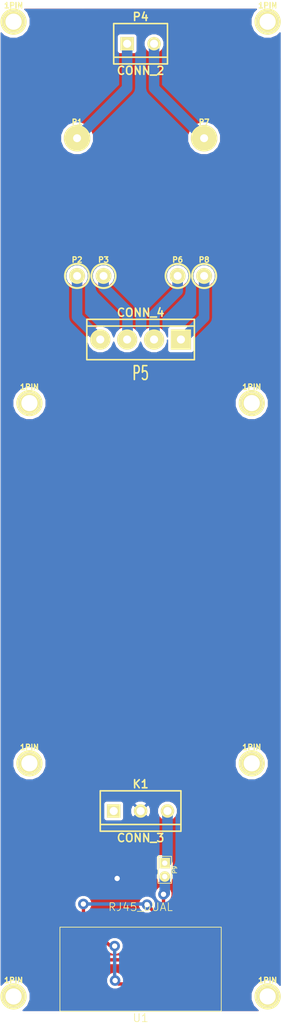
<source format=kicad_pcb>
(kicad_pcb (version 3) (host pcbnew "(2013-may-18)-stable")

  (general
    (links 23)
    (no_connects 0)
    (area 80.88 74.063 138.730501 267.149)
    (thickness 1.6)
    (drawings 9)
    (tracks 55)
    (zones 0)
    (modules 19)
    (nets 12)
  )

  (page A3)
  (layers
    (15 F.Cu signal)
    (0 B.Cu signal)
    (16 B.Adhes user)
    (17 F.Adhes user)
    (18 B.Paste user)
    (19 F.Paste user)
    (20 B.SilkS user)
    (21 F.SilkS user)
    (22 B.Mask user)
    (23 F.Mask user)
    (24 Dwgs.User user)
    (25 Cmts.User user)
    (26 Eco1.User user)
    (27 Eco2.User user)
    (28 Edge.Cuts user)
  )

  (setup
    (last_trace_width 0.254)
    (user_trace_width 0.64)
    (user_trace_width 2)
    (trace_clearance 0.254)
    (zone_clearance 0.508)
    (zone_45_only yes)
    (trace_min 0.254)
    (segment_width 0.2)
    (edge_width 0.15)
    (via_size 2)
    (via_drill 1.5)
    (via_min_size 0.889)
    (via_min_drill 0.508)
    (user_via 2 1)
    (uvia_size 0.508)
    (uvia_drill 0.127)
    (uvias_allowed no)
    (uvia_min_size 0.508)
    (uvia_min_drill 0.127)
    (pcb_text_width 0.3)
    (pcb_text_size 1.5 1.5)
    (mod_edge_width 0.15)
    (mod_text_size 1.5 1.5)
    (mod_text_width 0.15)
    (pad_size 2 2)
    (pad_drill 1)
    (pad_to_mask_clearance 0.2)
    (aux_axis_origin 0 0)
    (visible_elements FFFFFFBF)
    (pcbplotparams
      (layerselection 32769)
      (usegerberextensions false)
      (excludeedgelayer true)
      (linewidth 0.150000)
      (plotframeref false)
      (viasonmask false)
      (mode 1)
      (useauxorigin false)
      (hpglpennumber 1)
      (hpglpenspeed 20)
      (hpglpendiameter 15)
      (hpglpenoverlay 2)
      (psnegative false)
      (psa4output false)
      (plotreference true)
      (plotvalue true)
      (plotothertext true)
      (plotinvisibletext false)
      (padsonsilk false)
      (subtractmaskfromsilk false)
      (outputformat 2)
      (mirror false)
      (drillshape 2)
      (scaleselection 1)
      (outputdirectory ""))
  )

  (net 0 "")
  (net 1 GND)
  (net 2 N-000001)
  (net 3 N-0000010)
  (net 4 N-0000011)
  (net 5 N-000002)
  (net 6 N-000004)
  (net 7 N-000005)
  (net 8 N-000006)
  (net 9 N-000007)
  (net 10 N-000008)
  (net 11 N-000009)

  (net_class Default "This is the default net class."
    (clearance 0.254)
    (trace_width 0.254)
    (via_dia 2)
    (via_drill 1.5)
    (uvia_dia 0.508)
    (uvia_drill 0.127)
    (add_net "")
    (add_net GND)
    (add_net N-000001)
    (add_net N-0000010)
    (add_net N-0000011)
    (add_net N-000002)
    (add_net N-000004)
    (add_net N-000005)
    (add_net N-000006)
    (add_net N-000007)
    (add_net N-000008)
    (add_net N-000009)
  )

  (module 1pin (layer F.Cu) (tedit 544C31F1) (tstamp 544C31DA)
    (at 100 100)
    (descr "module 1 pin (ou trou mecanique de percage)")
    (tags DEV)
    (path /544C2F49)
    (fp_text reference P1 (at 0 -3.048) (layer F.SilkS)
      (effects (font (size 1.016 1.016) (thickness 0.254)))
    )
    (fp_text value CONN_1 (at 0 2.794) (layer F.SilkS) hide
      (effects (font (size 1.016 1.016) (thickness 0.254)))
    )
    (fp_circle (center 0 0) (end 0 -2.286) (layer F.SilkS) (width 0.381))
    (pad 1 thru_hole circle (at 0 0) (size 5 5) (drill 1.5)
      (layers *.Cu *.Mask F.SilkS)
      (net 3 N-0000010)
    )
  )

  (module 1pin (layer F.Cu) (tedit 544C31F9) (tstamp 544C30FE)
    (at 124 100)
    (descr "module 1 pin (ou trou mecanique de percage)")
    (tags DEV)
    (path /544C2F60)
    (fp_text reference P7 (at 0 -3.048) (layer F.SilkS)
      (effects (font (size 1.016 1.016) (thickness 0.254)))
    )
    (fp_text value CONN_1 (at 0 2.794) (layer F.SilkS) hide
      (effects (font (size 1.016 1.016) (thickness 0.254)))
    )
    (fp_circle (center 0 0) (end 0 -2.286) (layer F.SilkS) (width 0.381))
    (pad 1 thru_hole circle (at 0 0) (size 5 5) (drill 1.5)
      (layers *.Cu *.Mask F.SilkS)
      (net 11 N-000009)
    )
  )

  (module 1pin (layer F.Cu) (tedit 544C33BD) (tstamp 544C3104)
    (at 100 126)
    (descr "module 1 pin (ou trou mecanique de percage)")
    (tags DEV)
    (path /544C2F6A)
    (fp_text reference P2 (at 0 -3.048) (layer F.SilkS)
      (effects (font (size 1.016 1.016) (thickness 0.254)))
    )
    (fp_text value CONN_1 (at 0 2.794) (layer F.SilkS) hide
      (effects (font (size 1.016 1.016) (thickness 0.254)))
    )
    (fp_circle (center 0 0) (end 0 -2.286) (layer F.SilkS) (width 0.381))
    (pad 1 thru_hole circle (at 0 0) (size 3 3) (drill 1.5)
      (layers *.Cu *.Mask F.SilkS)
      (net 10 N-000008)
    )
  )

  (module 1pin (layer F.Cu) (tedit 544C33C7) (tstamp 544C310A)
    (at 105 126)
    (descr "module 1 pin (ou trou mecanique de percage)")
    (tags DEV)
    (path /544C2F70)
    (fp_text reference P3 (at 0 -3.048) (layer F.SilkS)
      (effects (font (size 1.016 1.016) (thickness 0.254)))
    )
    (fp_text value CONN_1 (at 0 2.794) (layer F.SilkS) hide
      (effects (font (size 1.016 1.016) (thickness 0.254)))
    )
    (fp_circle (center 0 0) (end 0 -2.286) (layer F.SilkS) (width 0.381))
    (pad 1 thru_hole circle (at 0 0) (size 3 3) (drill 1.5)
      (layers *.Cu *.Mask F.SilkS)
      (net 8 N-000006)
    )
  )

  (module 1pin (layer F.Cu) (tedit 544C33D5) (tstamp 544C3110)
    (at 124 126)
    (descr "module 1 pin (ou trou mecanique de percage)")
    (tags DEV)
    (path /544C2F76)
    (fp_text reference P8 (at 0 -3.048) (layer F.SilkS)
      (effects (font (size 1.016 1.016) (thickness 0.254)))
    )
    (fp_text value CONN_1 (at 0 2.794) (layer F.SilkS) hide
      (effects (font (size 1.016 1.016) (thickness 0.254)))
    )
    (fp_circle (center 0 0) (end 0 -2.286) (layer F.SilkS) (width 0.381))
    (pad 1 thru_hole circle (at 0 0) (size 3 3) (drill 1.5)
      (layers *.Cu *.Mask F.SilkS)
      (net 7 N-000005)
    )
  )

  (module 1pin (layer F.Cu) (tedit 544C33CE) (tstamp 544C3116)
    (at 119 126)
    (descr "module 1 pin (ou trou mecanique de percage)")
    (tags DEV)
    (path /544C2F7C)
    (fp_text reference P6 (at 0 -3.048) (layer F.SilkS)
      (effects (font (size 1.016 1.016) (thickness 0.254)))
    )
    (fp_text value CONN_1 (at 0 2.794) (layer F.SilkS) hide
      (effects (font (size 1.016 1.016) (thickness 0.254)))
    )
    (fp_circle (center 0 0) (end 0 -2.286) (layer F.SilkS) (width 0.381))
    (pad 1 thru_hole circle (at 0 0) (size 3 3) (drill 1.5)
      (layers *.Cu *.Mask F.SilkS)
      (net 9 N-000007)
    )
  )

  (module bornier4 (layer F.Cu) (tedit 3EC0ED29) (tstamp 544C32FF)
    (at 112 138 180)
    (descr "Bornier d'alimentation 4 pins")
    (tags DEV)
    (path /544C2F84)
    (fp_text reference P5 (at 0 -6.35 180) (layer F.SilkS)
      (effects (font (size 2.6162 1.59766) (thickness 0.3048)))
    )
    (fp_text value CONN_4 (at 0 5.08 180) (layer F.SilkS)
      (effects (font (size 1.524 1.524) (thickness 0.3048)))
    )
    (fp_line (start -10.16 -3.81) (end -10.16 3.81) (layer F.SilkS) (width 0.3048))
    (fp_line (start 10.16 3.81) (end 10.16 -3.81) (layer F.SilkS) (width 0.3048))
    (fp_line (start 10.16 2.54) (end -10.16 2.54) (layer F.SilkS) (width 0.3048))
    (fp_line (start -10.16 -3.81) (end 10.16 -3.81) (layer F.SilkS) (width 0.3048))
    (fp_line (start -10.16 3.81) (end 10.16 3.81) (layer F.SilkS) (width 0.3048))
    (pad 2 thru_hole circle (at -2.54 0 180) (size 3.81 3.81) (drill 1.524)
      (layers *.Cu *.Mask F.SilkS)
      (net 9 N-000007)
    )
    (pad 3 thru_hole circle (at 2.54 0 180) (size 3.81 3.81) (drill 1.524)
      (layers *.Cu *.Mask F.SilkS)
      (net 8 N-000006)
    )
    (pad 1 thru_hole rect (at -7.62 0 180) (size 3.81 3.81) (drill 1.524)
      (layers *.Cu *.Mask F.SilkS)
      (net 7 N-000005)
    )
    (pad 4 thru_hole circle (at 7.62 0 180) (size 3.81 3.81) (drill 1.524)
      (layers *.Cu *.Mask F.SilkS)
      (net 10 N-000008)
    )
    (model device/bornier_4.wrl
      (at (xyz 0 0 0))
      (scale (xyz 1 1 1))
      (rotate (xyz 0 0 0))
    )
  )

  (module bornier3 (layer F.Cu) (tedit 3EC0ECFA) (tstamp 544C330B)
    (at 112 227)
    (descr "Bornier d'alimentation 3 pins")
    (tags DEV)
    (path /544C2F9D)
    (fp_text reference K1 (at 0 -5.08) (layer F.SilkS)
      (effects (font (size 1.524 1.524) (thickness 0.3048)))
    )
    (fp_text value CONN_3 (at 0 5.08) (layer F.SilkS)
      (effects (font (size 1.524 1.524) (thickness 0.3048)))
    )
    (fp_line (start -7.62 3.81) (end -7.62 -3.81) (layer F.SilkS) (width 0.3048))
    (fp_line (start 7.62 3.81) (end 7.62 -3.81) (layer F.SilkS) (width 0.3048))
    (fp_line (start -7.62 2.54) (end 7.62 2.54) (layer F.SilkS) (width 0.3048))
    (fp_line (start -7.62 -3.81) (end 7.62 -3.81) (layer F.SilkS) (width 0.3048))
    (fp_line (start -7.62 3.81) (end 7.62 3.81) (layer F.SilkS) (width 0.3048))
    (pad 1 thru_hole rect (at -5.08 0) (size 2.54 2.54) (drill 1.524)
      (layers *.Cu *.Mask F.SilkS)
    )
    (pad 2 thru_hole circle (at 0 0) (size 2.54 2.54) (drill 1.524)
      (layers *.Cu *.Mask F.SilkS)
      (net 1 GND)
    )
    (pad 3 thru_hole circle (at 5.08 0) (size 2.54 2.54) (drill 1.524)
      (layers *.Cu *.Mask F.SilkS)
      (net 5 N-000002)
    )
    (model device/bornier_3.wrl
      (at (xyz 0 0 0))
      (scale (xyz 1 1 1))
      (rotate (xyz 0 0 0))
    )
  )

  (module bornier2 (layer F.Cu) (tedit 544C337E) (tstamp 544C3316)
    (at 112 82.17)
    (descr "Bornier d'alimentation 2 pins")
    (tags DEV)
    (path /544C2F30)
    (fp_text reference P4 (at 0 -5.08) (layer F.SilkS)
      (effects (font (size 1.524 1.524) (thickness 0.3048)))
    )
    (fp_text value CONN_2 (at 0 5.08) (layer F.SilkS)
      (effects (font (size 1.524 1.524) (thickness 0.3048)))
    )
    (fp_line (start 5.08 2.54) (end -5.08 2.54) (layer F.SilkS) (width 0.3048))
    (fp_line (start 5.08 3.81) (end 5.08 -3.81) (layer F.SilkS) (width 0.3048))
    (fp_line (start 5.08 -3.81) (end -5.08 -3.81) (layer F.SilkS) (width 0.3048))
    (fp_line (start -5.08 -3.81) (end -5.08 3.81) (layer F.SilkS) (width 0.3048))
    (fp_line (start -5.08 3.81) (end 5.08 3.81) (layer F.SilkS) (width 0.3048))
    (pad 1 thru_hole rect (at -2.54 0) (size 2.54 2.54) (drill 1.524)
      (layers *.Cu *.Mask F.SilkS)
      (net 3 N-0000010)
    )
    (pad 2 thru_hole circle (at 2.54 0) (size 2.54 2.54) (drill 1.524)
      (layers *.Cu *.Mask F.SilkS)
      (net 11 N-000009)
    )
    (model device/bornier_2.wrl
      (at (xyz 0 0 0))
      (scale (xyz 1 1 1))
      (rotate (xyz 0 0 0))
    )
  )

  (module 1pin (layer F.Cu) (tedit 544D63A9) (tstamp 544C8B48)
    (at 91 150)
    (descr "module 1 pin (ou trou mecanique de percage)")
    (tags DEV)
    (path 1pin)
    (fp_text reference 1PIN (at 0 -3.048) (layer F.SilkS)
      (effects (font (size 1.016 1.016) (thickness 0.254)))
    )
    (fp_text value P*** (at 0 2.794) (layer F.SilkS) hide
      (effects (font (size 1.016 1.016) (thickness 0.254)))
    )
    (fp_circle (center 0 0) (end 0 -2.286) (layer F.SilkS) (width 0.381))
    (pad 1 thru_hole circle (at 0 0) (size 4.064 4.064) (drill 3.048)
      (layers *.Cu *.Mask F.SilkS)
      (clearance 1)
    )
  )

  (module 1pin (layer F.Cu) (tedit 544D63A0) (tstamp 544C8B59)
    (at 133 150)
    (descr "module 1 pin (ou trou mecanique de percage)")
    (tags DEV)
    (path 1pin)
    (fp_text reference 1PIN (at 0 -3.048) (layer F.SilkS)
      (effects (font (size 1.016 1.016) (thickness 0.254)))
    )
    (fp_text value P*** (at 0 2.794) (layer F.SilkS) hide
      (effects (font (size 1.016 1.016) (thickness 0.254)))
    )
    (fp_circle (center 0 0) (end 0 -2.286) (layer F.SilkS) (width 0.381))
    (pad 1 thru_hole circle (at 0 0) (size 4.064 4.064) (drill 3.048)
      (layers *.Cu *.Mask F.SilkS)
      (clearance 1)
    )
  )

  (module 1pin (layer F.Cu) (tedit 544D6575) (tstamp 544C8B8B)
    (at 91 218)
    (descr "module 1 pin (ou trou mecanique de percage)")
    (tags DEV)
    (path 1pin)
    (fp_text reference 1PIN (at 0 -3.048) (layer F.SilkS)
      (effects (font (size 1.016 1.016) (thickness 0.254)))
    )
    (fp_text value P*** (at 0 2.794) (layer F.SilkS) hide
      (effects (font (size 1.016 1.016) (thickness 0.254)))
    )
    (fp_circle (center 0 0) (end 0 -2.286) (layer F.SilkS) (width 0.381))
    (pad 1 thru_hole circle (at 0 0) (size 4.064 4.064) (drill 3.048)
      (layers *.Cu *.Mask F.SilkS)
      (clearance 1)
    )
  )

  (module 1pin (layer F.Cu) (tedit 544D64F4) (tstamp 544C8BA1)
    (at 133 218)
    (descr "module 1 pin (ou trou mecanique de percage)")
    (tags DEV)
    (path 1pin)
    (fp_text reference 1PIN (at 0 -3.048) (layer F.SilkS)
      (effects (font (size 1.016 1.016) (thickness 0.254)))
    )
    (fp_text value P*** (at 0 2.794) (layer F.SilkS) hide
      (effects (font (size 1.016 1.016) (thickness 0.254)))
    )
    (fp_circle (center 0 0) (end 0 -2.286) (layer F.SilkS) (width 0.381))
    (pad 1 thru_hole circle (at 0 0) (size 4.064 4.064) (drill 3.048)
      (layers *.Cu *.Mask F.SilkS)
      (clearance 1)
    )
  )

  (module RJ45_DUAL (layer F.Cu) (tedit 544D476B) (tstamp 544D5D64)
    (at 112 249.56)
    (path /544D5C0C)
    (fp_text reference U1 (at 0 16.51) (layer F.SilkS)
      (effects (font (size 1.5 1.5) (thickness 0.15)))
    )
    (fp_text value RJ45_DUAL (at 0 -4.445) (layer F.SilkS)
      (effects (font (size 1.5 1.5) (thickness 0.15)))
    )
    (fp_line (start 15.24 -0.635) (end 15.24 15.24) (layer F.SilkS) (width 0.15))
    (fp_line (start 15.24 15.24) (end -15.24 15.24) (layer F.SilkS) (width 0.15))
    (fp_line (start -15.24 15.24) (end -15.24 -0.635) (layer F.SilkS) (width 0.15))
    (fp_line (start -15.24 -0.635) (end 15.24 -0.635) (layer F.SilkS) (width 0.15))
    (pad 5 smd rect (at -6.985 -1.27) (size 0.64 2.54)
      (layers F.Cu F.Paste F.Mask)
      (net 6 N-000004)
    )
    (pad 6 smd rect (at -5.715 -1.27) (size 0.64 2.54)
      (layers F.Cu F.Paste F.Mask)
      (net 1 GND)
    )
    (pad 7 smd rect (at -4.445 -1.27) (size 0.64 2.54)
      (layers F.Cu F.Paste F.Mask)
      (net 1 GND)
    )
    (pad 8 smd rect (at -3.175 -1.27) (size 0.64 2.54)
      (layers F.Cu F.Paste F.Mask)
      (net 1 GND)
    )
    (pad 4 smd rect (at -8.255 -1.27) (size 0.64 2.54)
      (layers F.Cu F.Paste F.Mask)
      (net 2 N-000001)
    )
    (pad 3 smd rect (at -9.525 -1.27) (size 0.64 2.54)
      (layers F.Cu F.Paste F.Mask)
      (net 4 N-0000011)
    )
    (pad 2 smd rect (at -10.795 -1.27) (size 0.64 2.54)
      (layers F.Cu F.Paste F.Mask)
      (net 4 N-0000011)
    )
    (pad 1 smd rect (at -12.065 -1.27) (size 0.64 2.54)
      (layers F.Cu F.Paste F.Mask)
      (net 4 N-0000011)
    )
    (pad 9 smd rect (at 3.175 -1.27) (size 0.64 2.54)
      (layers F.Cu F.Paste F.Mask)
      (net 4 N-0000011)
    )
    (pad 10 smd rect (at 4.445 -1.27) (size 0.64 2.54)
      (layers F.Cu F.Paste F.Mask)
      (net 4 N-0000011)
    )
    (pad 11 smd rect (at 5.715 -1.27) (size 0.64 2.54)
      (layers F.Cu F.Paste F.Mask)
      (net 4 N-0000011)
    )
    (pad 12 smd rect (at 6.985 -1.27) (size 0.64 2.54)
      (layers F.Cu F.Paste F.Mask)
      (net 2 N-000001)
    )
    (pad 13 smd rect (at 8.255 -1.27) (size 0.64 2.54)
      (layers F.Cu F.Paste F.Mask)
      (net 6 N-000004)
    )
    (pad 14 smd rect (at 9.525 -1.27) (size 0.64 2.54)
      (layers F.Cu F.Paste F.Mask)
      (net 1 GND)
    )
    (pad 15 smd rect (at 10.795 -1.27) (size 0.64 2.54)
      (layers F.Cu F.Paste F.Mask)
      (net 1 GND)
    )
    (pad 16 smd rect (at 12.065 -1.27) (size 0.64 2.54)
      (layers F.Cu F.Paste F.Mask)
      (net 1 GND)
    )
    (pad 17 smd rect (at -13.97 10.525) (size 2.53 5.21)
      (layers F.Cu F.Paste F.Mask)
      (net 1 GND)
    )
    (pad 18 smd rect (at 13.97 10.525) (size 2.53 5.21)
      (layers F.Cu F.Paste F.Mask)
      (net 1 GND)
    )
  )

  (module 1pin (layer F.Cu) (tedit 544D6398) (tstamp 544DB6A8)
    (at 136 78)
    (descr "module 1 pin (ou trou mecanique de percage)")
    (tags DEV)
    (path 1pin)
    (fp_text reference 1PIN (at 0 -3.048) (layer F.SilkS)
      (effects (font (size 1.016 1.016) (thickness 0.254)))
    )
    (fp_text value P*** (at 0 2.794) (layer F.SilkS) hide
      (effects (font (size 1.016 1.016) (thickness 0.254)))
    )
    (fp_circle (center 0 0) (end 0 -2.286) (layer F.SilkS) (width 0.381))
    (pad 1 thru_hole circle (at 0 0) (size 4.064 4.064) (drill 3.048)
      (layers *.Cu *.Mask F.SilkS)
      (clearance 1)
    )
  )

  (module PIN_ARRAY_2X1 (layer F.Cu) (tedit 544D683D) (tstamp 544DB6C4)
    (at 116.57 238.1 270)
    (descr "Connecteurs 2 pins")
    (tags "CONN DEV")
    (path /544D6287)
    (fp_text reference P9 (at 0 -1.905 270) (layer F.SilkS)
      (effects (font (size 0.762 0.762) (thickness 0.1524)))
    )
    (fp_text value FUSE (at 0 -1.905 270) (layer F.SilkS) hide
      (effects (font (size 0.762 0.762) (thickness 0.1524)))
    )
    (fp_line (start -2.54 1.27) (end -2.54 -1.27) (layer F.SilkS) (width 0.1524))
    (fp_line (start -2.54 -1.27) (end 2.54 -1.27) (layer F.SilkS) (width 0.1524))
    (fp_line (start 2.54 -1.27) (end 2.54 1.27) (layer F.SilkS) (width 0.1524))
    (fp_line (start 2.54 1.27) (end -2.54 1.27) (layer F.SilkS) (width 0.1524))
    (pad 1 thru_hole rect (at -1.27 0 270) (size 2 2) (drill 1)
      (layers *.Cu *.Mask F.SilkS)
      (net 5 N-000002)
    )
    (pad 2 thru_hole circle (at 1.27 0 270) (size 2 2) (drill 1)
      (layers *.Cu *.Mask F.SilkS)
      (net 4 N-0000011)
    )
    (model pin_array/pins_array_2x1.wrl
      (at (xyz 0 0 0))
      (scale (xyz 1 1 1))
      (rotate (xyz 0 0 0))
    )
  )

  (module 1pin (layer F.Cu) (tedit 544D6569) (tstamp 544DB716)
    (at 88 78)
    (descr "module 1 pin (ou trou mecanique de percage)")
    (tags DEV)
    (path 1pin)
    (fp_text reference 1PIN (at 0 -3.048) (layer F.SilkS)
      (effects (font (size 1.016 1.016) (thickness 0.254)))
    )
    (fp_text value P*** (at 0 2.794) (layer F.SilkS) hide
      (effects (font (size 1.016 1.016) (thickness 0.254)))
    )
    (fp_circle (center 0 0) (end 0 -2.286) (layer F.SilkS) (width 0.381))
    (pad 1 thru_hole circle (at 0 0) (size 4.064 4.064) (drill 3.048)
      (layers *.Cu *.Mask F.SilkS)
      (clearance 1)
    )
  )

  (module 1pin (layer F.Cu) (tedit 544D657C) (tstamp 544DB72F)
    (at 88 262)
    (descr "module 1 pin (ou trou mecanique de percage)")
    (tags DEV)
    (path 1pin)
    (fp_text reference 1PIN (at 0 -3.048) (layer F.SilkS)
      (effects (font (size 1.016 1.016) (thickness 0.254)))
    )
    (fp_text value P*** (at 0 2.794) (layer F.SilkS) hide
      (effects (font (size 1.016 1.016) (thickness 0.254)))
    )
    (fp_circle (center 0 0) (end 0 -2.286) (layer F.SilkS) (width 0.381))
    (pad 1 thru_hole circle (at 0 0) (size 4.064 4.064) (drill 3.048)
      (layers *.Cu *.Mask F.SilkS)
      (clearance 1)
    )
  )

  (module 1pin (layer F.Cu) (tedit 544D64ED) (tstamp 544DB74D)
    (at 136 262)
    (descr "module 1 pin (ou trou mecanique de percage)")
    (tags DEV)
    (path 1pin)
    (fp_text reference 1PIN (at 0 -3.048) (layer F.SilkS)
      (effects (font (size 1.016 1.016) (thickness 0.254)))
    )
    (fp_text value P*** (at 0 2.794) (layer F.SilkS) hide
      (effects (font (size 1.016 1.016) (thickness 0.254)))
    )
    (fp_circle (center 0 0) (end 0 -2.286) (layer F.SilkS) (width 0.381))
    (pad 1 thru_hole circle (at 0 0) (size 4.064 4.064) (drill 3.048)
      (layers *.Cu *.Mask F.SilkS)
      (clearance 1)
    )
  )

  (gr_text VSCP_POWER (at 88.28 238.25 90) (layer F.Cu)
    (effects (font (size 1.5 1.5) (thickness 0.3)))
  )
  (gr_line (start 85.54 215.51) (end 85.55 215.51) (angle 90) (layer Eco2.User) (width 0.2))
  (gr_line (start 85.54 75.53) (end 85.54 215.51) (angle 90) (layer Eco2.User) (width 0.2))
  (gr_line (start 138.45 75.53) (end 85.54 75.53) (angle 90) (layer Eco2.User) (width 0.2))
  (gr_line (start 138.45 74.96) (end 138.44 74.96) (angle 90) (layer Eco2.User) (width 0.2))
  (gr_line (start 138.45 264.46) (end 138.45 74.96) (angle 90) (layer Eco2.User) (width 0.2))
  (gr_line (start 85.55 264.8) (end 85.57 264.8) (angle 90) (layer Eco2.User) (width 0.2))
  (gr_line (start 85.55 215.54) (end 85.55 264.8) (angle 90) (layer Eco2.User) (width 0.2))
  (gr_line (start 85.6 264.79) (end 138.43 264.79) (angle 90) (layer Eco2.User) (width 0.2))

  (segment (start 107.57 239.73) (end 107.57 248.275) (width 0.64) (layer F.Cu) (net 1))
  (segment (start 112 235.3) (end 107.57 239.73) (width 2) (layer B.Cu) (net 1) (tstamp 544DB805))
  (via (at 107.57 239.73) (size 2) (drill 1) (layers F.Cu B.Cu) (net 1))
  (segment (start 112 227) (end 112 235.3) (width 2) (layer B.Cu) (net 1))
  (segment (start 107.57 248.275) (end 107.555 248.29) (width 0.64) (layer F.Cu) (net 1) (tstamp 544DB809))
  (segment (start 118.985 248.29) (end 118.985 253.625) (width 0.64) (layer F.Cu) (net 2))
  (segment (start 103.745 253.785) (end 103.745 248.29) (width 0.64) (layer F.Cu) (net 2) (tstamp 544D5F4A))
  (segment (start 105.05 255.09) (end 103.745 253.785) (width 0.64) (layer F.Cu) (net 2) (tstamp 544D5F46))
  (segment (start 117.52 255.09) (end 105.05 255.09) (width 0.64) (layer F.Cu) (net 2) (tstamp 544D5F44))
  (segment (start 118.985 253.625) (end 117.52 255.09) (width 0.64) (layer F.Cu) (net 2) (tstamp 544D5F41))
  (segment (start 109.46 82.17) (end 109.46 90.54) (width 2) (layer B.Cu) (net 3))
  (segment (start 109.46 90.54) (end 100 100) (width 2) (layer B.Cu) (net 3) (tstamp 544C337B))
  (segment (start 115.175 248.29) (end 115.175 246.645) (width 0.64) (layer F.Cu) (net 4))
  (segment (start 101.205 244.565) (end 101.205 248.29) (width 0.64) (layer F.Cu) (net 4) (tstamp 544DB7C8))
  (segment (start 101.19 244.55) (end 101.205 244.565) (width 0.64) (layer F.Cu) (net 4) (tstamp 544DB7C7))
  (via (at 101.19 244.55) (size 2) (drill 1) (layers F.Cu B.Cu) (net 4))
  (segment (start 113.08 244.55) (end 101.19 244.55) (width 0.64) (layer B.Cu) (net 4) (tstamp 544DB7C5))
  (segment (start 113.21 244.68) (end 113.08 244.55) (width 0.64) (layer B.Cu) (net 4) (tstamp 544DB7C4))
  (via (at 113.21 244.68) (size 2) (drill 1) (layers F.Cu B.Cu) (net 4))
  (segment (start 115.175 246.645) (end 113.21 244.68) (width 0.64) (layer F.Cu) (net 4) (tstamp 544DB7C2))
  (segment (start 116.33 242.72) (end 116.33 248.175) (width 0.64) (layer F.Cu) (net 4))
  (segment (start 116.57 242.48) (end 116.33 242.72) (width 2) (layer B.Cu) (net 4) (tstamp 544DB7BA))
  (via (at 116.33 242.72) (size 2) (drill 1) (layers F.Cu B.Cu) (net 4))
  (segment (start 116.57 239.37) (end 116.57 242.48) (width 2) (layer B.Cu) (net 4))
  (segment (start 116.33 248.175) (end 116.445 248.29) (width 0.64) (layer F.Cu) (net 4) (tstamp 544DB7BE))
  (segment (start 116.445 248.29) (end 117.715 248.29) (width 0.64) (layer F.Cu) (net 4))
  (segment (start 116.445 248.29) (end 115.175 248.29) (width 0.64) (layer F.Cu) (net 4))
  (segment (start 101.205 248.29) (end 102.475 248.29) (width 0.64) (layer F.Cu) (net 4))
  (segment (start 99.935 248.29) (end 101.205 248.29) (width 0.64) (layer F.Cu) (net 4))
  (segment (start 117.08 227) (end 117.08 236.32) (width 2) (layer B.Cu) (net 5))
  (segment (start 117.08 236.32) (end 116.57 236.83) (width 2) (layer B.Cu) (net 5) (tstamp 544DB6DE))
  (segment (start 120.255 248.29) (end 120.255 258.645) (width 0.64) (layer F.Cu) (net 6))
  (segment (start 105.015 251.245) (end 105.015 248.29) (width 0.64) (layer F.Cu) (net 6) (tstamp 544DB7D6))
  (segment (start 106.07 252.3) (end 105.015 251.245) (width 0.64) (layer F.Cu) (net 6) (tstamp 544DB7D5))
  (segment (start 106.91 252.3) (end 106.07 252.3) (width 0.64) (layer F.Cu) (net 6) (tstamp 544DB7D4))
  (segment (start 107.1 252.49) (end 106.91 252.3) (width 0.64) (layer F.Cu) (net 6) (tstamp 544DB7D3))
  (via (at 107.1 252.49) (size 2) (drill 1) (layers F.Cu B.Cu) (net 6))
  (segment (start 107.1 258.92) (end 107.1 252.49) (width 0.64) (layer B.Cu) (net 6) (tstamp 544DB7D1))
  (segment (start 107.18 259) (end 107.1 258.92) (width 0.64) (layer B.Cu) (net 6) (tstamp 544DB7D0))
  (via (at 107.18 259) (size 2) (drill 1) (layers F.Cu B.Cu) (net 6))
  (segment (start 107.83 259.65) (end 107.18 259) (width 0.64) (layer F.Cu) (net 6) (tstamp 544DB7CE))
  (segment (start 119.25 259.65) (end 107.83 259.65) (width 0.64) (layer F.Cu) (net 6) (tstamp 544DB7CD))
  (segment (start 120.255 258.645) (end 119.25 259.65) (width 0.64) (layer F.Cu) (net 6) (tstamp 544DB7CC))
  (segment (start 124 126) (end 124 133.87) (width 2) (layer B.Cu) (net 7))
  (segment (start 124 133.87) (end 119.69 138.18) (width 2) (layer B.Cu) (net 7) (tstamp 544C33F3))
  (segment (start 105 126) (end 105 128.12) (width 2) (layer B.Cu) (net 8))
  (segment (start 109.53 132.65) (end 109.53 138.18) (width 2) (layer B.Cu) (net 8) (tstamp 544C33E5))
  (segment (start 105 128.12) (end 109.53 132.65) (width 2) (layer B.Cu) (net 8) (tstamp 544C33E0))
  (segment (start 119 126) (end 119 128.85) (width 2) (layer B.Cu) (net 9))
  (segment (start 114.61 133.24) (end 114.61 138.18) (width 2) (layer B.Cu) (net 9) (tstamp 544C33EF))
  (segment (start 119 128.85) (end 114.61 133.24) (width 2) (layer B.Cu) (net 9) (tstamp 544C33EB))
  (segment (start 100 126) (end 100 133.73) (width 2) (layer B.Cu) (net 10))
  (segment (start 100 133.73) (end 104.45 138.18) (width 2) (layer B.Cu) (net 10) (tstamp 544C33DA))
  (segment (start 114.54 82.17) (end 114.54 90.54) (width 2) (layer B.Cu) (net 11))
  (segment (start 114.54 90.54) (end 124 100) (width 2) (layer B.Cu) (net 11) (tstamp 544C337F))

  (zone (net 1) (net_name GND) (layer F.Cu) (tstamp 544DB78B) (hatch edge 0.508)
    (connect_pads (clearance 0.508))
    (min_thickness 0.254)
    (fill (arc_segments 16) (thermal_gap 0.508) (thermal_bridge_width 0.508))
    (polygon
      (pts
        (xy 138.45 264.79) (xy 85.56 264.78) (xy 85.55 75.54) (xy 138.43 75.53)
      )
    )
    (filled_polygon
      (pts
        (xy 138.322478 259.855132) (xy 137.791766 259.323492) (xy 136.631121 258.84155) (xy 136.159547 258.841138) (xy 136.159547 217.374393)
        (xy 136.159547 149.374393) (xy 135.679631 148.212908) (xy 134.791766 147.323492) (xy 133.631121 146.84155) (xy 132.374393 146.840453)
        (xy 131.212908 147.320369) (xy 130.323492 148.208234) (xy 129.84155 149.368879) (xy 129.840453 150.625607) (xy 130.320369 151.787092)
        (xy 131.208234 152.676508) (xy 132.368879 153.15845) (xy 133.625607 153.159547) (xy 134.787092 152.679631) (xy 135.676508 151.791766)
        (xy 136.15845 150.631121) (xy 136.159547 149.374393) (xy 136.159547 217.374393) (xy 135.679631 216.212908) (xy 134.791766 215.323492)
        (xy 133.631121 214.84155) (xy 132.374393 214.840453) (xy 131.212908 215.320369) (xy 130.323492 216.208234) (xy 129.84155 217.368879)
        (xy 129.840453 218.625607) (xy 130.320369 219.787092) (xy 131.208234 220.676508) (xy 132.368879 221.15845) (xy 133.625607 221.159547)
        (xy 134.787092 220.679631) (xy 135.676508 219.791766) (xy 136.15845 218.631121) (xy 136.159547 217.374393) (xy 136.159547 258.841138)
        (xy 135.374393 258.840453) (xy 134.212908 259.320369) (xy 133.323492 260.208234) (xy 132.84155 261.368879) (xy 132.840453 262.625607)
        (xy 133.320369 263.787092) (xy 134.193946 264.662195) (xy 127.87011 264.660999) (xy 127.87011 262.564245) (xy 127.87011 257.605755)
        (xy 127.869889 257.353136) (xy 127.773013 257.119832) (xy 127.594229 256.941359) (xy 127.360755 256.84489) (xy 127.135543 256.844912)
        (xy 127.135543 99.379146) (xy 126.659273 98.226485) (xy 125.778153 97.343826) (xy 124.626326 96.865546) (xy 123.379146 96.864457)
        (xy 122.226485 97.340727) (xy 121.343826 98.221847) (xy 120.865546 99.373674) (xy 120.864457 100.620854) (xy 121.340727 101.773515)
        (xy 122.221847 102.656174) (xy 123.373674 103.134454) (xy 124.620854 103.135543) (xy 125.773515 102.659273) (xy 126.656174 101.778153)
        (xy 127.134454 100.626326) (xy 127.135543 99.379146) (xy 127.135543 256.844912) (xy 126.25575 256.845) (xy 126.13537 256.96538)
        (xy 126.13537 125.577185) (xy 125.81102 124.7922) (xy 125.210959 124.191091) (xy 124.426541 123.865372) (xy 123.577185 123.86463)
        (xy 122.7922 124.18898) (xy 122.191091 124.789041) (xy 121.865372 125.573459) (xy 121.86463 126.422815) (xy 122.18898 127.2078)
        (xy 122.789041 127.808909) (xy 123.573459 128.134628) (xy 124.422815 128.13537) (xy 125.2078 127.81102) (xy 125.808909 127.210959)
        (xy 126.134628 126.426541) (xy 126.13537 125.577185) (xy 126.13537 256.96538) (xy 126.097 257.00375) (xy 126.097 259.958)
        (xy 127.71125 259.958) (xy 127.87 259.79925) (xy 127.87011 257.605755) (xy 127.87011 262.564245) (xy 127.87 260.37075)
        (xy 127.71125 260.212) (xy 126.097 260.212) (xy 126.097 263.16625) (xy 126.25575 263.325) (xy 127.360755 263.32511)
        (xy 127.594229 263.228641) (xy 127.773013 263.050168) (xy 127.869889 262.816864) (xy 127.87011 262.564245) (xy 127.87011 264.660999)
        (xy 125.843 264.660616) (xy 125.843 263.16625) (xy 125.843 260.212) (xy 125.843 259.958) (xy 125.843 257.00375)
        (xy 125.68425 256.845) (xy 125.02011 256.844933) (xy 125.02011 249.434245) (xy 125.02011 247.145755) (xy 125.019889 246.893136)
        (xy 124.923013 246.659832) (xy 124.744229 246.481359) (xy 124.510755 246.38489) (xy 124.35075 246.385) (xy 124.192 246.54375)
        (xy 124.192 248.163) (xy 124.86125 248.163) (xy 125.02 248.00425) (xy 125.02011 247.145755) (xy 125.02011 249.434245)
        (xy 125.02 248.57575) (xy 124.86125 248.417) (xy 124.192 248.417) (xy 124.192 250.03625) (xy 124.35075 250.195)
        (xy 124.510755 250.19511) (xy 124.744229 250.098641) (xy 124.923013 249.920168) (xy 125.019889 249.686864) (xy 125.02011 249.434245)
        (xy 125.02011 256.844933) (xy 124.579245 256.84489) (xy 124.345771 256.941359) (xy 124.166987 257.119832) (xy 124.070111 257.353136)
        (xy 124.06989 257.605755) (xy 124.07 259.79925) (xy 124.22875 259.958) (xy 125.843 259.958) (xy 125.843 260.212)
        (xy 124.22875 260.212) (xy 124.07 260.37075) (xy 124.06989 262.564245) (xy 124.070111 262.816864) (xy 124.166987 263.050168)
        (xy 124.345771 263.228641) (xy 124.579245 263.32511) (xy 125.68425 263.325) (xy 125.843 263.16625) (xy 125.843 264.660616)
        (xy 123.938 264.660255) (xy 123.938 250.03625) (xy 123.938 248.417) (xy 123.938 248.163) (xy 123.938 246.54375)
        (xy 123.77925 246.385) (xy 123.619245 246.38489) (xy 123.43 246.463084) (xy 123.240755 246.38489) (xy 123.08075 246.385)
        (xy 122.922 246.54375) (xy 122.922 248.163) (xy 123.26875 248.163) (xy 123.59125 248.163) (xy 123.938 248.163)
        (xy 123.938 248.417) (xy 123.59125 248.417) (xy 123.26875 248.417) (xy 122.922 248.417) (xy 122.922 250.03625)
        (xy 123.08075 250.195) (xy 123.240755 250.19511) (xy 123.43 250.116915) (xy 123.619245 250.19511) (xy 123.77925 250.195)
        (xy 123.938 250.03625) (xy 123.938 264.660255) (xy 122.668 264.660015) (xy 122.668 250.03625) (xy 122.668 248.417)
        (xy 122.668 248.163) (xy 122.668 246.54375) (xy 122.50925 246.385) (xy 122.349245 246.38489) (xy 122.16011 246.463038)
        (xy 122.16011 139.779245) (xy 122.16011 135.969245) (xy 122.063641 135.735771) (xy 121.885168 135.556987) (xy 121.651864 135.460111)
        (xy 121.399245 135.45989) (xy 121.13537 135.45989) (xy 121.13537 125.577185) (xy 120.81102 124.7922) (xy 120.210959 124.191091)
        (xy 119.426541 123.865372) (xy 118.577185 123.86463) (xy 117.7922 124.18898) (xy 117.191091 124.789041) (xy 116.865372 125.573459)
        (xy 116.86463 126.422815) (xy 117.18898 127.2078) (xy 117.789041 127.808909) (xy 118.573459 128.134628) (xy 119.422815 128.13537)
        (xy 120.2078 127.81102) (xy 120.808909 127.210959) (xy 121.134628 126.426541) (xy 121.13537 125.577185) (xy 121.13537 135.45989)
        (xy 117.589245 135.45989) (xy 117.355771 135.556359) (xy 117.176987 135.734832) (xy 117.080111 135.968136) (xy 117.07989 136.220755)
        (xy 117.07989 137.49565) (xy 116.694562 136.563086) (xy 116.44533 136.313418) (xy 116.44533 81.792735) (xy 116.155922 81.092314)
        (xy 115.620505 80.555961) (xy 114.92059 80.265332) (xy 114.162735 80.26467) (xy 113.462314 80.554078) (xy 112.925961 81.089495)
        (xy 112.635332 81.78941) (xy 112.63467 82.547265) (xy 112.924078 83.247686) (xy 113.459495 83.784039) (xy 114.15941 84.074668)
        (xy 114.917265 84.07533) (xy 115.617686 83.785922) (xy 116.154039 83.250505) (xy 116.444668 82.55059) (xy 116.44533 81.792735)
        (xy 116.44533 136.313418) (xy 115.980673 135.847949) (xy 115.047454 135.460442) (xy 114.036979 135.459561) (xy 113.103086 135.845438)
        (xy 112.387949 136.559327) (xy 112.000442 137.492546) (xy 112.000438 137.496976) (xy 111.614562 136.563086) (xy 111.36511 136.313197)
        (xy 111.36511 83.314245) (xy 111.36511 80.774245) (xy 111.268641 80.540771) (xy 111.090168 80.361987) (xy 110.856864 80.265111)
        (xy 110.604245 80.26489) (xy 108.064245 80.26489) (xy 107.830771 80.361359) (xy 107.651987 80.539832) (xy 107.555111 80.773136)
        (xy 107.55489 81.025755) (xy 107.55489 83.565755) (xy 107.651359 83.799229) (xy 107.829832 83.978013) (xy 108.063136 84.074889)
        (xy 108.315755 84.07511) (xy 110.855755 84.07511) (xy 111.089229 83.978641) (xy 111.268013 83.800168) (xy 111.364889 83.566864)
        (xy 111.36511 83.314245) (xy 111.36511 136.313197) (xy 110.900673 135.847949) (xy 109.967454 135.460442) (xy 108.956979 135.459561)
        (xy 108.023086 135.845438) (xy 107.307949 136.559327) (xy 107.13537 136.974942) (xy 107.13537 125.577185) (xy 106.81102 124.7922)
        (xy 106.210959 124.191091) (xy 105.426541 123.865372) (xy 104.577185 123.86463) (xy 103.7922 124.18898) (xy 103.191091 124.789041)
        (xy 103.135543 124.922815) (xy 103.135543 99.379146) (xy 102.659273 98.226485) (xy 101.778153 97.343826) (xy 100.626326 96.865546)
        (xy 99.379146 96.864457) (xy 98.226485 97.340727) (xy 97.343826 98.221847) (xy 96.865546 99.373674) (xy 96.864457 100.620854)
        (xy 97.340727 101.773515) (xy 98.221847 102.656174) (xy 99.373674 103.134454) (xy 100.620854 103.135543) (xy 101.773515 102.659273)
        (xy 102.656174 101.778153) (xy 103.134454 100.626326) (xy 103.135543 99.379146) (xy 103.135543 124.922815) (xy 102.865372 125.573459)
        (xy 102.86463 126.422815) (xy 103.18898 127.2078) (xy 103.789041 127.808909) (xy 104.573459 128.134628) (xy 105.422815 128.13537)
        (xy 106.2078 127.81102) (xy 106.808909 127.210959) (xy 107.134628 126.426541) (xy 107.13537 125.577185) (xy 107.13537 136.974942)
        (xy 106.920442 137.492546) (xy 106.920438 137.496976) (xy 106.534562 136.563086) (xy 105.820673 135.847949) (xy 104.887454 135.460442)
        (xy 103.876979 135.459561) (xy 102.943086 135.845438) (xy 102.227949 136.559327) (xy 102.13537 136.782281) (xy 102.13537 125.577185)
        (xy 101.81102 124.7922) (xy 101.210959 124.191091) (xy 100.426541 123.865372) (xy 99.577185 123.86463) (xy 98.7922 124.18898)
        (xy 98.191091 124.789041) (xy 97.865372 125.573459) (xy 97.86463 126.422815) (xy 98.18898 127.2078) (xy 98.789041 127.808909)
        (xy 99.573459 128.134628) (xy 100.422815 128.13537) (xy 101.2078 127.81102) (xy 101.808909 127.210959) (xy 102.134628 126.426541)
        (xy 102.13537 125.577185) (xy 102.13537 136.782281) (xy 101.840442 137.492546) (xy 101.839561 138.503021) (xy 102.225438 139.436914)
        (xy 102.939327 140.152051) (xy 103.872546 140.539558) (xy 104.883021 140.540439) (xy 105.816914 140.154562) (xy 106.532051 139.440673)
        (xy 106.919558 138.507454) (xy 106.919561 138.503023) (xy 107.305438 139.436914) (xy 108.019327 140.152051) (xy 108.952546 140.539558)
        (xy 109.963021 140.540439) (xy 110.896914 140.154562) (xy 111.612051 139.440673) (xy 111.999558 138.507454) (xy 111.999561 138.503023)
        (xy 112.385438 139.436914) (xy 113.099327 140.152051) (xy 114.032546 140.539558) (xy 115.043021 140.540439) (xy 115.976914 140.154562)
        (xy 116.692051 139.440673) (xy 117.079558 138.507454) (xy 117.07989 138.126662) (xy 117.07989 140.030755) (xy 117.176359 140.264229)
        (xy 117.354832 140.443013) (xy 117.588136 140.539889) (xy 117.840755 140.54011) (xy 121.650755 140.54011) (xy 121.884229 140.443641)
        (xy 122.063013 140.265168) (xy 122.159889 140.031864) (xy 122.16011 139.779245) (xy 122.16011 246.463038) (xy 122.16 246.463084)
        (xy 121.970755 246.38489) (xy 121.81075 246.385) (xy 121.652 246.54375) (xy 121.652 248.163) (xy 121.99875 248.163)
        (xy 122.32125 248.163) (xy 122.668 248.163) (xy 122.668 248.417) (xy 122.32125 248.417) (xy 121.99875 248.417)
        (xy 121.652 248.417) (xy 121.652 250.03625) (xy 121.81075 250.195) (xy 121.970755 250.19511) (xy 122.16 250.116915)
        (xy 122.349245 250.19511) (xy 122.50925 250.195) (xy 122.668 250.03625) (xy 122.668 264.660015) (xy 121.398 264.659775)
        (xy 121.398 250.03625) (xy 121.398 248.417) (xy 121.378 248.417) (xy 121.378 248.163) (xy 121.398 248.163)
        (xy 121.398 246.54375) (xy 121.23925 246.385) (xy 121.079245 246.38489) (xy 120.889821 246.463157) (xy 120.701864 246.385111)
        (xy 120.449245 246.38489) (xy 119.809245 246.38489) (xy 119.619821 246.463157) (xy 119.431864 246.385111) (xy 119.179245 246.38489)
        (xy 118.98533 246.38489) (xy 118.98533 226.622735) (xy 118.695922 225.922314) (xy 118.160505 225.385961) (xy 117.46059 225.095332)
        (xy 116.702735 225.09467) (xy 116.002314 225.384078) (xy 115.465961 225.919495) (xy 115.175332 226.61941) (xy 115.17467 227.377265)
        (xy 115.464078 228.077686) (xy 115.999495 228.614039) (xy 116.69941 228.904668) (xy 117.457265 228.90533) (xy 118.157686 228.615922)
        (xy 118.694039 228.080505) (xy 118.984668 227.38059) (xy 118.98533 226.622735) (xy 118.98533 246.38489) (xy 118.539245 246.38489)
        (xy 118.349821 246.463157) (xy 118.205283 246.40314) (xy 118.205283 239.046205) (xy 117.956893 238.445057) (xy 117.894807 238.382863)
        (xy 117.929229 238.368641) (xy 118.108013 238.190168) (xy 118.204889 237.956864) (xy 118.20511 237.704245) (xy 118.20511 235.704245)
        (xy 118.108641 235.470771) (xy 117.930168 235.291987) (xy 117.696864 235.195111) (xy 117.444245 235.19489) (xy 115.444245 235.19489)
        (xy 115.210771 235.291359) (xy 115.031987 235.469832) (xy 114.935111 235.703136) (xy 114.93489 235.955755) (xy 114.93489 237.955755)
        (xy 115.031359 238.189229) (xy 115.209832 238.368013) (xy 115.244893 238.382571) (xy 115.184723 238.442638) (xy 114.935285 239.043352)
        (xy 114.934717 239.693795) (xy 115.183107 240.294943) (xy 115.642638 240.755277) (xy 116.243352 241.004715) (xy 116.893795 241.005283)
        (xy 117.494943 240.756893) (xy 117.955277 240.297362) (xy 118.204715 239.696648) (xy 118.205283 239.046205) (xy 118.205283 246.40314)
        (xy 118.161864 246.385111) (xy 117.909245 246.38489) (xy 117.285 246.38489) (xy 117.285 244.076889) (xy 117.715278 243.647363)
        (xy 117.964716 243.046648) (xy 117.965284 242.396205) (xy 117.716894 241.795057) (xy 117.257363 241.334722) (xy 116.656648 241.085284)
        (xy 116.006205 241.084716) (xy 115.405057 241.333106) (xy 114.944722 241.792637) (xy 114.695284 242.393352) (xy 114.694716 243.043795)
        (xy 114.943106 243.644943) (xy 115.375 244.077592) (xy 115.375 245.494426) (xy 114.844753 244.964179) (xy 114.845284 244.356205)
        (xy 114.596894 243.755057) (xy 114.137363 243.294722) (xy 113.91426 243.202081) (xy 113.91426 227.328964) (xy 113.894435 226.571368)
        (xy 113.642656 225.963521) (xy 113.347776 225.831829) (xy 113.168171 226.011434) (xy 113.168171 225.652224) (xy 113.036479 225.357344)
        (xy 112.328964 225.08574) (xy 111.571368 225.105565) (xy 110.963521 225.357344) (xy 110.831829 225.652224) (xy 112 226.820395)
        (xy 113.168171 225.652224) (xy 113.168171 226.011434) (xy 112.179605 227) (xy 113.347776 228.168171) (xy 113.642656 228.036479)
        (xy 113.91426 227.328964) (xy 113.91426 243.202081) (xy 113.536648 243.045284) (xy 113.168171 243.044962) (xy 113.168171 228.347776)
        (xy 112 227.179605) (xy 111.820395 227.35921) (xy 111.820395 227) (xy 110.652224 225.831829) (xy 110.357344 225.963521)
        (xy 110.08574 226.671036) (xy 110.105565 227.428632) (xy 110.357344 228.036479) (xy 110.652224 228.168171) (xy 111.820395 227)
        (xy 111.820395 227.35921) (xy 110.831829 228.347776) (xy 110.963521 228.642656) (xy 111.671036 228.91426) (xy 112.428632 228.894435)
        (xy 113.036479 228.642656) (xy 113.168171 228.347776) (xy 113.168171 243.044962) (xy 112.886205 243.044716) (xy 112.285057 243.293106)
        (xy 111.824722 243.752637) (xy 111.575284 244.353352) (xy 111.574716 245.003795) (xy 111.823106 245.604943) (xy 112.282637 246.065278)
        (xy 112.883352 246.314716) (xy 113.494675 246.315249) (xy 114.219982 247.040556) (xy 114.21989 247.145755) (xy 114.21989 249.685755)
        (xy 114.316359 249.919229) (xy 114.494832 250.098013) (xy 114.728136 250.194889) (xy 114.980755 250.19511) (xy 115.620755 250.19511)
        (xy 115.810178 250.116842) (xy 115.998136 250.194889) (xy 116.250755 250.19511) (xy 116.890755 250.19511) (xy 117.080178 250.116842)
        (xy 117.268136 250.194889) (xy 117.520755 250.19511) (xy 118.03 250.19511) (xy 118.03 253.229426) (xy 117.124426 254.135)
        (xy 109.78011 254.135) (xy 109.78011 249.434245) (xy 109.78011 247.145755) (xy 109.779889 246.893136) (xy 109.683013 246.659832)
        (xy 109.504229 246.481359) (xy 109.270755 246.38489) (xy 109.11075 246.385) (xy 108.952 246.54375) (xy 108.952 248.163)
        (xy 109.62125 248.163) (xy 109.78 248.00425) (xy 109.78011 247.145755) (xy 109.78011 249.434245) (xy 109.78 248.57575)
        (xy 109.62125 248.417) (xy 108.952 248.417) (xy 108.952 250.03625) (xy 109.11075 250.195) (xy 109.270755 250.19511)
        (xy 109.504229 250.098641) (xy 109.683013 249.920168) (xy 109.779889 249.686864) (xy 109.78011 249.434245) (xy 109.78011 254.135)
        (xy 108.82511 254.135) (xy 108.82511 228.144245) (xy 108.82511 225.604245) (xy 108.728641 225.370771) (xy 108.550168 225.191987)
        (xy 108.316864 225.095111) (xy 108.064245 225.09489) (xy 105.524245 225.09489) (xy 105.290771 225.191359) (xy 105.111987 225.369832)
        (xy 105.015111 225.603136) (xy 105.01489 225.855755) (xy 105.01489 228.395755) (xy 105.111359 228.629229) (xy 105.289832 228.808013)
        (xy 105.523136 228.904889) (xy 105.775755 228.90511) (xy 108.315755 228.90511) (xy 108.549229 228.808641) (xy 108.728013 228.630168)
        (xy 108.824889 228.396864) (xy 108.82511 228.144245) (xy 108.82511 254.135) (xy 105.445573 254.135) (xy 104.7 253.389426)
        (xy 104.7 252.280574) (xy 105.394713 252.975287) (xy 105.583589 253.10149) (xy 105.713106 253.414943) (xy 106.172637 253.875278)
        (xy 106.773352 254.124716) (xy 107.423795 254.125284) (xy 108.024943 253.876894) (xy 108.485278 253.417363) (xy 108.734716 252.816648)
        (xy 108.735284 252.166205) (xy 108.698 252.075971) (xy 108.698 250.03625) (xy 108.698 248.417) (xy 108.698 248.163)
        (xy 108.698 246.54375) (xy 108.53925 246.385) (xy 108.379245 246.38489) (xy 108.19 246.463084) (xy 108.000755 246.38489)
        (xy 107.84075 246.385) (xy 107.682 246.54375) (xy 107.682 248.163) (xy 108.02875 248.163) (xy 108.35125 248.163)
        (xy 108.698 248.163) (xy 108.698 248.417) (xy 108.35125 248.417) (xy 108.02875 248.417) (xy 107.682 248.417)
        (xy 107.682 250.03625) (xy 107.84075 250.195) (xy 108.000755 250.19511) (xy 108.19 250.116915) (xy 108.379245 250.19511)
        (xy 108.53925 250.195) (xy 108.698 250.03625) (xy 108.698 252.075971) (xy 108.486894 251.565057) (xy 108.027363 251.104722)
        (xy 107.428 250.855845) (xy 107.428 250.03625) (xy 107.428 248.417) (xy 107.428 248.163) (xy 107.428 246.54375)
        (xy 107.26925 246.385) (xy 107.109245 246.38489) (xy 106.92 246.463084) (xy 106.730755 246.38489) (xy 106.57075 246.385)
        (xy 106.412 246.54375) (xy 106.412 248.163) (xy 106.75875 248.163) (xy 107.08125 248.163) (xy 107.428 248.163)
        (xy 107.428 248.417) (xy 107.08125 248.417) (xy 106.75875 248.417) (xy 106.412 248.417) (xy 106.412 250.03625)
        (xy 106.57075 250.195) (xy 106.730755 250.19511) (xy 106.92 250.116915) (xy 107.109245 250.19511) (xy 107.26925 250.195)
        (xy 107.428 250.03625) (xy 107.428 250.855845) (xy 107.426648 250.855284) (xy 106.776205 250.854716) (xy 106.209463 251.088889)
        (xy 105.97 250.849426) (xy 105.97 250.19502) (xy 105.99925 250.195) (xy 106.158 250.03625) (xy 106.158 248.417)
        (xy 106.138 248.417) (xy 106.138 248.163) (xy 106.158 248.163) (xy 106.158 246.54375) (xy 105.99925 246.385)
        (xy 105.839245 246.38489) (xy 105.649821 246.463157) (xy 105.461864 246.385111) (xy 105.209245 246.38489) (xy 104.569245 246.38489)
        (xy 104.379821 246.463157) (xy 104.191864 246.385111) (xy 103.939245 246.38489) (xy 103.299245 246.38489) (xy 103.109821 246.463157)
        (xy 102.921864 246.385111) (xy 102.669245 246.38489) (xy 102.16 246.38489) (xy 102.16 245.891915) (xy 102.575278 245.477363)
        (xy 102.824716 244.876648) (xy 102.825284 244.226205) (xy 102.576894 243.625057) (xy 102.117363 243.164722) (xy 101.516648 242.915284)
        (xy 100.866205 242.914716) (xy 100.265057 243.163106) (xy 99.804722 243.622637) (xy 99.555284 244.223352) (xy 99.554716 244.873795)
        (xy 99.803106 245.474943) (xy 100.25 245.922618) (xy 100.25 246.384995) (xy 100.129245 246.38489) (xy 99.489245 246.38489)
        (xy 99.255771 246.481359) (xy 99.076987 246.659832) (xy 98.980111 246.893136) (xy 98.97989 247.145755) (xy 98.97989 249.685755)
        (xy 99.076359 249.919229) (xy 99.254832 250.098013) (xy 99.488136 250.194889) (xy 99.740755 250.19511) (xy 100.380755 250.19511)
        (xy 100.570178 250.116842) (xy 100.758136 250.194889) (xy 101.010755 250.19511) (xy 101.650755 250.19511) (xy 101.840178 250.116842)
        (xy 102.028136 250.194889) (xy 102.280755 250.19511) (xy 102.79 250.19511) (xy 102.79 253.785) (xy 102.862695 254.150463)
        (xy 103.069713 254.460287) (xy 104.37471 255.765283) (xy 104.374713 255.765287) (xy 104.684537 255.972305) (xy 105.05 256.045)
        (xy 117.52 256.045) (xy 117.885462 255.972305) (xy 117.885463 255.972305) (xy 118.195287 255.765287) (xy 119.3 254.660574)
        (xy 119.3 258.249426) (xy 118.854426 258.695) (xy 108.815267 258.695) (xy 108.815284 258.676205) (xy 108.566894 258.075057)
        (xy 108.107363 257.614722) (xy 107.506648 257.365284) (xy 106.856205 257.364716) (xy 106.255057 257.613106) (xy 105.794722 258.072637)
        (xy 105.545284 258.673352) (xy 105.544716 259.323795) (xy 105.793106 259.924943) (xy 106.252637 260.385278) (xy 106.853352 260.634716)
        (xy 107.503795 260.635284) (xy 107.659275 260.57104) (xy 107.829999 260.604999) (xy 107.83 260.605) (xy 119.25 260.605)
        (xy 119.615462 260.532305) (xy 119.615463 260.532305) (xy 119.925287 260.325287) (xy 120.930287 259.320287) (xy 121.137305 259.010463)
        (xy 121.21 258.645) (xy 121.21 250.19502) (xy 121.23925 250.195) (xy 121.398 250.03625) (xy 121.398 264.659775)
        (xy 99.93011 264.655716) (xy 99.93011 262.564245) (xy 99.93011 257.605755) (xy 99.929889 257.353136) (xy 99.833013 257.119832)
        (xy 99.654229 256.941359) (xy 99.420755 256.84489) (xy 98.31575 256.845) (xy 98.157 257.00375) (xy 98.157 259.958)
        (xy 99.77125 259.958) (xy 99.93 259.79925) (xy 99.93011 257.605755) (xy 99.93011 262.564245) (xy 99.93 260.37075)
        (xy 99.77125 260.212) (xy 98.157 260.212) (xy 98.157 263.16625) (xy 98.31575 263.325) (xy 99.420755 263.32511)
        (xy 99.654229 263.228641) (xy 99.833013 263.050168) (xy 99.929889 262.816864) (xy 99.93011 262.564245) (xy 99.93011 264.655716)
        (xy 97.903 264.655333) (xy 97.903 263.16625) (xy 97.903 260.212) (xy 97.903 259.958) (xy 97.903 257.00375)
        (xy 97.74425 256.845) (xy 96.639245 256.84489) (xy 96.405771 256.941359) (xy 96.226987 257.119832) (xy 96.130111 257.353136)
        (xy 96.12989 257.605755) (xy 96.13 259.79925) (xy 96.28875 259.958) (xy 97.903 259.958) (xy 97.903 260.212)
        (xy 96.28875 260.212) (xy 96.13 260.37075) (xy 96.12989 262.564245) (xy 96.130111 262.816864) (xy 96.226987 263.050168)
        (xy 96.405771 263.228641) (xy 96.639245 263.32511) (xy 97.74425 263.325) (xy 97.903 263.16625) (xy 97.903 264.655333)
        (xy 94.159547 264.654625) (xy 94.159547 217.374393) (xy 94.159547 149.374393) (xy 93.679631 148.212908) (xy 92.791766 147.323492)
        (xy 91.631121 146.84155) (xy 90.374393 146.840453) (xy 89.212908 147.320369) (xy 88.323492 148.208234) (xy 87.84155 149.368879)
        (xy 87.840453 150.625607) (xy 88.320369 151.787092) (xy 89.208234 152.676508) (xy 90.368879 153.15845) (xy 91.625607 153.159547)
        (xy 92.787092 152.679631) (xy 93.676508 151.791766) (xy 94.15845 150.631121) (xy 94.159547 149.374393) (xy 94.159547 217.374393)
        (xy 93.679631 216.212908) (xy 92.791766 215.323492) (xy 91.631121 214.84155) (xy 90.374393 214.840453) (xy 89.212908 215.320369)
        (xy 88.323492 216.208234) (xy 87.84155 217.368879) (xy 87.840453 218.625607) (xy 88.320369 219.787092) (xy 89.208234 220.676508)
        (xy 90.368879 221.15845) (xy 91.625607 221.159547) (xy 92.787092 220.679631) (xy 93.676508 219.791766) (xy 94.15845 218.631121)
        (xy 94.159547 217.374393) (xy 94.159547 264.654625) (xy 89.812964 264.653804) (xy 90.676508 263.791766) (xy 91.15845 262.631121)
        (xy 91.159547 261.374393) (xy 90.679631 260.212908) (xy 90.115 259.64729) (xy 90.115 246.285) (xy 90.115 230.215)
        (xy 86.145 230.215) (xy 86.145 246.285) (xy 90.115 246.285) (xy 90.115 259.64729) (xy 89.791766 259.323492)
        (xy 88.631121 258.84155) (xy 87.374393 258.840453) (xy 86.212908 259.320369) (xy 85.686738 259.84562) (xy 85.677243 80.14459)
        (xy 86.208234 80.676508) (xy 87.368879 81.15845) (xy 88.625607 81.159547) (xy 89.787092 80.679631) (xy 90.676508 79.791766)
        (xy 91.15845 78.631121) (xy 91.159547 77.374393) (xy 90.679631 76.212908) (xy 90.133809 75.666133) (xy 133.874826 75.657861)
        (xy 133.323492 76.208234) (xy 132.84155 77.368879) (xy 132.840453 78.625607) (xy 133.320369 79.787092) (xy 134.208234 80.676508)
        (xy 135.368879 81.15845) (xy 136.625607 81.159547) (xy 137.787092 80.679631) (xy 138.303489 80.164134) (xy 138.322478 259.855132)
      )
    )
  )
  (zone (net 1) (net_name GND) (layer B.Cu) (tstamp 544DB78D) (hatch edge 0.508)
    (connect_pads (clearance 0.508))
    (min_thickness 0.254)
    (fill (arc_segments 16) (thermal_gap 0.508) (thermal_bridge_width 0.508))
    (polygon
      (pts
        (xy 85.55 264.78) (xy 138.48 264.77) (xy 138.46 75.54) (xy 85.55 75.57) (xy 85.55 264.72)
      )
    )
    (filled_polygon
      (pts
        (xy 138.352484 259.885189) (xy 137.791766 259.323492) (xy 136.631121 258.84155) (xy 136.159547 258.841138) (xy 136.159547 217.374393)
        (xy 136.159547 149.374393) (xy 135.679631 148.212908) (xy 134.791766 147.323492) (xy 133.631121 146.84155) (xy 132.374393 146.840453)
        (xy 131.212908 147.320369) (xy 130.323492 148.208234) (xy 129.84155 149.368879) (xy 129.840453 150.625607) (xy 130.320369 151.787092)
        (xy 131.208234 152.676508) (xy 132.368879 153.15845) (xy 133.625607 153.159547) (xy 134.787092 152.679631) (xy 135.676508 151.791766)
        (xy 136.15845 150.631121) (xy 136.159547 149.374393) (xy 136.159547 217.374393) (xy 135.679631 216.212908) (xy 134.791766 215.323492)
        (xy 133.631121 214.84155) (xy 132.374393 214.840453) (xy 131.212908 215.320369) (xy 130.323492 216.208234) (xy 129.84155 217.368879)
        (xy 129.840453 218.625607) (xy 130.320369 219.787092) (xy 131.208234 220.676508) (xy 132.368879 221.15845) (xy 133.625607 221.159547)
        (xy 134.787092 220.679631) (xy 135.676508 219.791766) (xy 136.15845 218.631121) (xy 136.159547 217.374393) (xy 136.159547 258.841138)
        (xy 135.374393 258.840453) (xy 134.212908 259.320369) (xy 133.323492 260.208234) (xy 132.84155 261.368879) (xy 132.840453 262.625607)
        (xy 133.320369 263.787092) (xy 134.175596 264.643813) (xy 127.135543 264.645143) (xy 127.135543 99.379146) (xy 126.659273 98.226485)
        (xy 125.778153 97.343826) (xy 124.626326 96.865546) (xy 123.379146 96.864457) (xy 123.235888 96.923649) (xy 116.175 89.86276)
        (xy 116.175 83.200025) (xy 116.444668 82.55059) (xy 116.44533 81.792735) (xy 116.155922 81.092314) (xy 115.620505 80.555961)
        (xy 114.92059 80.265332) (xy 114.162735 80.26467) (xy 113.462314 80.554078) (xy 112.925961 81.089495) (xy 112.635332 81.78941)
        (xy 112.63467 82.547265) (xy 112.905 83.201513) (xy 112.905 90.539994) (xy 112.904999 90.54) (xy 113.029457 91.165688)
        (xy 113.38388 91.69612) (xy 120.92302 99.235259) (xy 120.865546 99.373674) (xy 120.864457 100.620854) (xy 121.340727 101.773515)
        (xy 122.221847 102.656174) (xy 123.373674 103.134454) (xy 124.620854 103.135543) (xy 125.773515 102.659273) (xy 126.656174 101.778153)
        (xy 127.134454 100.626326) (xy 127.135543 99.379146) (xy 127.135543 264.645143) (xy 126.13537 264.645332) (xy 126.13537 125.577185)
        (xy 125.81102 124.7922) (xy 125.210959 124.191091) (xy 124.426541 123.865372) (xy 123.577185 123.86463) (xy 122.7922 124.18898)
        (xy 122.191091 124.789041) (xy 121.865372 125.573459) (xy 121.86463 126.422815) (xy 122.18898 127.2078) (xy 122.365 127.384127)
        (xy 122.365 133.19276) (xy 120.09787 135.45989) (xy 117.589245 135.45989) (xy 117.355771 135.556359) (xy 117.176987 135.734832)
        (xy 117.080111 135.968136) (xy 117.07989 136.220755) (xy 117.07989 137.49565) (xy 116.694562 136.563086) (xy 116.245 136.112738)
        (xy 116.245 133.917239) (xy 120.156116 130.006122) (xy 120.156119 130.00612) (xy 120.15612 130.00612) (xy 120.510542 129.475688)
        (xy 120.510543 129.475687) (xy 120.635 128.85) (xy 120.635 127.384564) (xy 120.808909 127.210959) (xy 121.134628 126.426541)
        (xy 121.13537 125.577185) (xy 120.81102 124.7922) (xy 120.210959 124.191091) (xy 119.426541 123.865372) (xy 118.577185 123.86463)
        (xy 117.7922 124.18898) (xy 117.191091 124.789041) (xy 116.865372 125.573459) (xy 116.86463 126.422815) (xy 117.18898 127.2078)
        (xy 117.365 127.384127) (xy 117.365 128.17276) (xy 113.45388 132.08388) (xy 113.099457 132.614312) (xy 112.974999 133.24)
        (xy 112.975 133.240005) (xy 112.975 135.9733) (xy 112.387949 136.559327) (xy 112.000442 137.492546) (xy 112.000438 137.496976)
        (xy 111.614562 136.563086) (xy 111.36511 136.313197) (xy 111.36511 83.314245) (xy 111.36511 80.774245) (xy 111.268641 80.540771)
        (xy 111.090168 80.361987) (xy 110.856864 80.265111) (xy 110.604245 80.26489) (xy 108.064245 80.26489) (xy 107.830771 80.361359)
        (xy 107.651987 80.539832) (xy 107.555111 80.773136) (xy 107.55489 81.025755) (xy 107.55489 83.565755) (xy 107.651359 83.799229)
        (xy 107.825 83.973172) (xy 107.825 89.86276) (xy 100.764739 96.92302) (xy 100.626326 96.865546) (xy 99.379146 96.864457)
        (xy 98.226485 97.340727) (xy 97.343826 98.221847) (xy 96.865546 99.373674) (xy 96.864457 100.620854) (xy 97.340727 101.773515)
        (xy 98.221847 102.656174) (xy 99.373674 103.134454) (xy 100.620854 103.135543) (xy 101.773515 102.659273) (xy 102.656174 101.778153)
        (xy 103.134454 100.626326) (xy 103.135543 99.379146) (xy 103.07635 99.235889) (xy 110.616116 91.696122) (xy 110.616119 91.69612)
        (xy 110.61612 91.69612) (xy 110.82858 91.378148) (xy 110.970543 91.165688) (xy 110.970543 91.165687) (xy 111.095 90.54)
        (xy 111.095 83.97288) (xy 111.268013 83.800168) (xy 111.364889 83.566864) (xy 111.36511 83.314245) (xy 111.36511 136.313197)
        (xy 111.165 136.112738) (xy 111.165 132.65) (xy 111.040543 132.024313) (xy 111.040542 132.024312) (xy 110.68612 131.49388)
        (xy 110.686116 131.493877) (xy 106.635 127.44276) (xy 106.635 127.384564) (xy 106.808909 127.210959) (xy 107.134628 126.426541)
        (xy 107.13537 125.577185) (xy 106.81102 124.7922) (xy 106.210959 124.191091) (xy 105.426541 123.865372) (xy 104.577185 123.86463)
        (xy 103.7922 124.18898) (xy 103.191091 124.789041) (xy 102.865372 125.573459) (xy 102.86463 126.422815) (xy 103.18898 127.2078)
        (xy 103.365 127.384127) (xy 103.365 128.119994) (xy 103.364999 128.12) (xy 103.489457 128.745688) (xy 103.84388 129.27612)
        (xy 107.895 133.327239) (xy 107.895 135.9733) (xy 107.307949 136.559327) (xy 106.920442 137.492546) (xy 106.920438 137.496976)
        (xy 106.534562 136.563086) (xy 105.820673 135.847949) (xy 104.887454 135.460442) (xy 104.041944 135.459704) (xy 101.635 133.05276)
        (xy 101.635 127.384564) (xy 101.808909 127.210959) (xy 102.134628 126.426541) (xy 102.13537 125.577185) (xy 101.81102 124.7922)
        (xy 101.210959 124.191091) (xy 100.426541 123.865372) (xy 99.577185 123.86463) (xy 98.7922 124.18898) (xy 98.191091 124.789041)
        (xy 97.865372 125.573459) (xy 97.86463 126.422815) (xy 98.18898 127.2078) (xy 98.365 127.384127) (xy 98.365 133.729994)
        (xy 98.364999 133.73) (xy 98.489457 134.355688) (xy 98.84388 134.88612) (xy 101.840102 137.882341) (xy 101.839561 138.503021)
        (xy 102.225438 139.436914) (xy 102.939327 140.152051) (xy 103.872546 140.539558) (xy 104.883021 140.540439) (xy 105.816914 140.154562)
        (xy 106.532051 139.440673) (xy 106.919558 138.507454) (xy 106.919561 138.503023) (xy 107.305438 139.436914) (xy 108.019327 140.152051)
        (xy 108.952546 140.539558) (xy 109.963021 140.540439) (xy 110.896914 140.154562) (xy 111.612051 139.440673) (xy 111.999558 138.507454)
        (xy 111.999561 138.503023) (xy 112.385438 139.436914) (xy 113.099327 140.152051) (xy 114.032546 140.539558) (xy 115.043021 140.540439)
        (xy 115.976914 140.154562) (xy 116.692051 139.440673) (xy 117.079558 138.507454) (xy 117.07989 138.126662) (xy 117.07989 140.030755)
        (xy 117.176359 140.264229) (xy 117.354832 140.443013) (xy 117.588136 140.539889) (xy 117.840755 140.54011) (xy 121.650755 140.54011)
        (xy 121.884229 140.443641) (xy 122.063013 140.265168) (xy 122.159889 140.031864) (xy 122.16011 139.779245) (xy 122.16011 138.022129)
        (xy 125.156116 135.026122) (xy 125.156119 135.02612) (xy 125.15612 135.02612) (xy 125.510542 134.495688) (xy 125.510543 134.495687)
        (xy 125.635 133.87) (xy 125.635 127.384564) (xy 125.808909 127.210959) (xy 126.134628 126.426541) (xy 126.13537 125.577185)
        (xy 126.13537 264.645332) (xy 118.98533 264.646682) (xy 118.98533 226.622735) (xy 118.695922 225.922314) (xy 118.160505 225.385961)
        (xy 117.46059 225.095332) (xy 116.702735 225.09467) (xy 116.002314 225.384078) (xy 115.465961 225.919495) (xy 115.175332 226.61941)
        (xy 115.17467 227.377265) (xy 115.445 228.031513) (xy 115.445 235.19489) (xy 115.444245 235.19489) (xy 115.210771 235.291359)
        (xy 115.031987 235.469832) (xy 114.935111 235.703136) (xy 114.93489 235.955755) (xy 114.93489 237.955755) (xy 115.031359 238.189229)
        (xy 115.209832 238.368013) (xy 115.244893 238.382571) (xy 115.184723 238.442638) (xy 114.935285 239.043352) (xy 114.934717 239.693795)
        (xy 114.935 239.694479) (xy 114.935 241.81605) (xy 114.695284 242.393352) (xy 114.694716 243.043795) (xy 114.943106 243.644943)
        (xy 115.17388 243.87612) (xy 115.402637 244.105278) (xy 116.003352 244.354716) (xy 116.33 244.355001) (xy 116.653795 244.355284)
        (xy 116.955688 244.230543) (xy 117.254943 244.106894) (xy 117.48612 243.87612) (xy 117.715278 243.647363) (xy 117.715563 243.646675)
        (xy 117.726116 243.636122) (xy 117.726119 243.63612) (xy 117.72612 243.63612) (xy 117.93858 243.318148) (xy 118.080543 243.105688)
        (xy 118.080543 243.105687) (xy 118.205 242.48) (xy 118.205 239.370281) (xy 118.205 239.37) (xy 118.205283 239.046205)
        (xy 118.080543 238.744313) (xy 117.956893 238.445057) (xy 117.894807 238.382863) (xy 117.929229 238.368641) (xy 118.108013 238.190168)
        (xy 118.204889 237.956864) (xy 118.20511 237.704245) (xy 118.20511 237.507129) (xy 118.236116 237.476122) (xy 118.236119 237.47612)
        (xy 118.23612 237.47612) (xy 118.590542 236.945688) (xy 118.590543 236.945687) (xy 118.690243 236.444458) (xy 118.715 236.320001)
        (xy 118.714999 236.32) (xy 118.715 236.32) (xy 118.715 228.030025) (xy 118.984668 227.38059) (xy 118.98533 226.622735)
        (xy 118.98533 264.646682) (xy 114.845284 264.647465) (xy 114.845284 244.356205) (xy 114.596894 243.755057) (xy 114.137363 243.294722)
        (xy 113.91426 243.202081) (xy 113.91426 227.328964) (xy 113.894435 226.571368) (xy 113.642656 225.963521) (xy 113.347776 225.831829)
        (xy 113.168171 226.011434) (xy 113.168171 225.652224) (xy 113.036479 225.357344) (xy 112.328964 225.08574) (xy 111.571368 225.105565)
        (xy 110.963521 225.357344) (xy 110.831829 225.652224) (xy 112 226.820395) (xy 113.168171 225.652224) (xy 113.168171 226.011434)
        (xy 112.179605 227) (xy 113.347776 228.168171) (xy 113.642656 228.036479) (xy 113.91426 227.328964) (xy 113.91426 243.202081)
        (xy 113.536648 243.045284) (xy 113.168171 243.044962) (xy 113.168171 228.347776) (xy 112 227.179605) (xy 111.820395 227.35921)
        (xy 111.820395 227) (xy 110.652224 225.831829) (xy 110.357344 225.963521) (xy 110.08574 226.671036) (xy 110.105565 227.428632)
        (xy 110.357344 228.036479) (xy 110.652224 228.168171) (xy 111.820395 227) (xy 111.820395 227.35921) (xy 110.831829 228.347776)
        (xy 110.963521 228.642656) (xy 111.671036 228.91426) (xy 112.428632 228.894435) (xy 113.036479 228.642656) (xy 113.168171 228.347776)
        (xy 113.168171 243.044962) (xy 112.886205 243.044716) (xy 112.285057 243.293106) (xy 111.982634 243.595) (xy 108.82511 243.595)
        (xy 108.82511 228.144245) (xy 108.82511 225.604245) (xy 108.728641 225.370771) (xy 108.550168 225.191987) (xy 108.316864 225.095111)
        (xy 108.064245 225.09489) (xy 105.524245 225.09489) (xy 105.290771 225.191359) (xy 105.111987 225.369832) (xy 105.015111 225.603136)
        (xy 105.01489 225.855755) (xy 105.01489 228.395755) (xy 105.111359 228.629229) (xy 105.289832 228.808013) (xy 105.523136 228.904889)
        (xy 105.775755 228.90511) (xy 108.315755 228.90511) (xy 108.549229 228.808641) (xy 108.728013 228.630168) (xy 108.824889 228.396864)
        (xy 108.82511 228.144245) (xy 108.82511 243.595) (xy 102.546889 243.595) (xy 102.117363 243.164722) (xy 101.516648 242.915284)
        (xy 100.866205 242.914716) (xy 100.265057 243.163106) (xy 99.804722 243.622637) (xy 99.555284 244.223352) (xy 99.554716 244.873795)
        (xy 99.803106 245.474943) (xy 100.262637 245.935278) (xy 100.863352 246.184716) (xy 101.513795 246.185284) (xy 102.114943 245.936894)
        (xy 102.547592 245.505) (xy 111.78181 245.505) (xy 111.823106 245.604943) (xy 112.282637 246.065278) (xy 112.883352 246.314716)
        (xy 113.533795 246.315284) (xy 114.134943 246.066894) (xy 114.595278 245.607363) (xy 114.844716 245.006648) (xy 114.845284 244.356205)
        (xy 114.845284 264.647465) (xy 108.815284 264.648604) (xy 108.815284 258.676205) (xy 108.566894 258.075057) (xy 108.107363 257.614722)
        (xy 108.055 257.592979) (xy 108.055 253.846889) (xy 108.485278 253.417363) (xy 108.734716 252.816648) (xy 108.735284 252.166205)
        (xy 108.486894 251.565057) (xy 108.027363 251.104722) (xy 107.426648 250.855284) (xy 106.776205 250.854716) (xy 106.175057 251.103106)
        (xy 105.714722 251.562637) (xy 105.465284 252.163352) (xy 105.464716 252.813795) (xy 105.713106 253.414943) (xy 106.145 253.847592)
        (xy 106.145 257.72297) (xy 105.794722 258.072637) (xy 105.545284 258.673352) (xy 105.544716 259.323795) (xy 105.793106 259.924943)
        (xy 106.252637 260.385278) (xy 106.853352 260.634716) (xy 107.503795 260.635284) (xy 108.104943 260.386894) (xy 108.565278 259.927363)
        (xy 108.814716 259.326648) (xy 108.815284 258.676205) (xy 108.815284 264.648604) (xy 94.159547 264.651373) (xy 94.159547 217.374393)
        (xy 94.159547 149.374393) (xy 93.679631 148.212908) (xy 92.791766 147.323492) (xy 91.631121 146.84155) (xy 90.374393 146.840453)
        (xy 89.212908 147.320369) (xy 88.323492 148.208234) (xy 87.84155 149.368879) (xy 87.840453 150.625607) (xy 88.320369 151.787092)
        (xy 89.208234 152.676508) (xy 90.368879 153.15845) (xy 91.625607 153.159547) (xy 92.787092 152.679631) (xy 93.676508 151.791766)
        (xy 94.15845 150.631121) (xy 94.159547 149.374393) (xy 94.159547 217.374393) (xy 93.679631 216.212908) (xy 92.791766 215.323492)
        (xy 91.631121 214.84155) (xy 90.374393 214.840453) (xy 89.212908 215.320369) (xy 88.323492 216.208234) (xy 87.84155 217.368879)
        (xy 87.840453 218.625607) (xy 88.320369 219.787092) (xy 89.208234 220.676508) (xy 90.368879 221.15845) (xy 91.625607 221.159547)
        (xy 92.787092 220.679631) (xy 93.676508 219.791766) (xy 94.15845 218.631121) (xy 94.159547 217.374393) (xy 94.159547 264.651373)
        (xy 89.814576 264.652194) (xy 90.676508 263.791766) (xy 91.15845 262.631121) (xy 91.159547 261.374393) (xy 90.679631 260.212908)
        (xy 89.791766 259.323492) (xy 88.631121 258.84155) (xy 87.374393 258.840453) (xy 86.212908 259.320369) (xy 85.677 259.855342)
        (xy 85.677 80.144345) (xy 86.208234 80.676508) (xy 87.368879 81.15845) (xy 88.625607 81.159547) (xy 89.787092 80.679631)
        (xy 90.676508 79.791766) (xy 91.15845 78.631121) (xy 91.159547 77.374393) (xy 90.679631 76.212908) (xy 90.162012 75.694384)
        (xy 133.86306 75.669606) (xy 133.323492 76.208234) (xy 132.84155 77.368879) (xy 132.840453 78.625607) (xy 133.320369 79.787092)
        (xy 134.208234 80.676508) (xy 135.368879 81.15845) (xy 136.625607 81.159547) (xy 137.787092 80.679631) (xy 138.333485 80.13419)
        (xy 138.352484 259.885189)
      )
    )
  )
  (zone (net 0) (net_name "") (layer F.Cu) (tstamp 544DB794) (hatch edge 0.508)
    (connect_pads (clearance 0.508))
    (min_thickness 0.254)
    (keepout (tracks not_allowed) (vias not_allowed) (copperpour allowed))
    (fill (arc_segments 16) (thermal_gap 0.508) (thermal_bridge_width 0.508))
    (polygon
      (pts
        (xy 89.52 230.61) (xy 89.51 230.6) (xy 89.52 230.6)
      )
    )
  )
  (zone (net 0) (net_name "") (layer F.Cu) (tstamp 544DB796) (hatch edge 0.508)
    (connect_pads (clearance 0.508))
    (min_thickness 0.254)
    (keepout (tracks not_allowed) (vias not_allowed) (copperpour allowed))
    (fill (arc_segments 16) (thermal_gap 0.508) (thermal_bridge_width 0.508))
    (polygon
      (pts
        (xy 89.52 246.25) (xy 86.59 246.25) (xy 86.59 230.61) (xy 89.52 230.61)
      )
    )
  )
)

</source>
